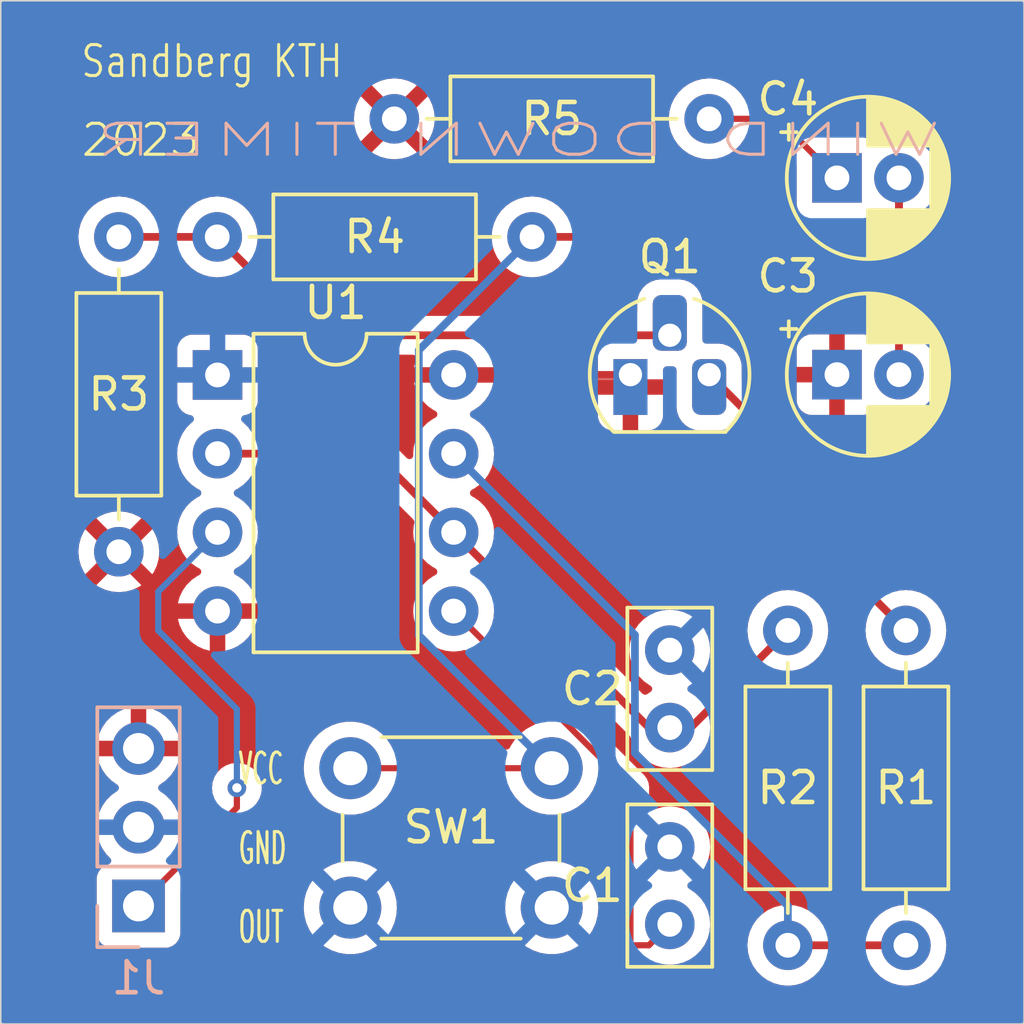
<source format=kicad_pcb>
(kicad_pcb (version 20221018) (generator pcbnew)
  (layers (0 "F.Cu" signal) (31 "B.Cu" signal) (34 "B.Paste" user) (35 "F.Paste" user) (36 "B.SilkS" user "B.Silkscreen") (37 "F.SilkS" user "F.Silkscreen") (38 "B.Mask" user) (39 "F.Mask" user) (44 "Edge.Cuts" user))
  (net 0 "")
  (net 1 "Net-(Q1-C)")
  (net 2 "Net-(U1-DIS)")
  (net 3 "Net-(U1-THR)")
  (net 4 "VCC")
  (net 5 "Net-(Q1-B)")
  (net 6 "Net-(C3-Pad2)")
  (net 7 "Net-(C4-Pad1)")
  (net 8 "GND")
  (net 9 "/Out")
  (net 10 "Net-(U1-CV)")
  (footprint "Resistor_THT:R_Axial_DIN0207_L6.3mm_D2.5mm_P10.16mm_Horizontal" (layer "F.Cu") (at 106.68 80.01)
    (fp_text reference "R5" (at 5.08 0) (layer "F.SilkS"))
    (fp_text value "1M")
    (fp_line (start 1.04 0) (end 1.81 0) (stroke (width 0.12)) (layer "F.SilkS"))
    (fp_line (start 1.81 -1.37) (end 1.81 1.37) (stroke (width 0.12)) (layer "F.SilkS"))
    (fp_line (start 1.81 1.37) (end 8.35 1.37) (stroke (width 0.12)) (layer "F.SilkS"))
    (fp_line (start 8.35 -1.37) (end 1.81 -1.37) (stroke (width 0.12)) (layer "F.SilkS"))
    (fp_line (start 8.35 1.37) (end 8.35 -1.37) (stroke (width 0.12)) (layer "F.SilkS"))
    (fp_line (start 9.12 0) (end 8.35 0) (stroke (width 0.12)) (layer "F.SilkS"))
    (pad "1" thru_hole circle (at 0 0) (size 1.6 1.6) (drill 0.8) (layers "*.Cu" "*.Mask") (net 4 "VCC"))
    (pad "2" thru_hole oval (at 10.16 0) (size 1.6 1.6) (drill 0.8) (layers "*.Cu" "*.Mask") (net 7 "Net-(C4-Pad1)"))
  )
  (footprint "Resistor_THT:R_Axial_DIN0207_L6.3mm_D2.5mm_P10.16mm_Horizontal" (layer "F.Cu") (at 119.38 106.68 90)
    (fp_text reference "R2" (at 5.08 0) (layer "F.SilkS"))
    (fp_text value "68k")
    (fp_line (start 1.04 0) (end 1.81 0) (stroke (width 0.12)) (layer "F.SilkS"))
    (fp_line (start 1.81 -1.37) (end 1.81 1.37) (stroke (width 0.12)) (layer "F.SilkS"))
    (fp_line (start 1.81 1.37) (end 8.35 1.37) (stroke (width 0.12)) (layer "F.SilkS"))
    (fp_line (start 8.35 -1.37) (end 1.81 -1.37) (stroke (width 0.12)) (layer "F.SilkS"))
    (fp_line (start 8.35 1.37) (end 8.35 -1.37) (stroke (width 0.12)) (layer "F.SilkS"))
    (fp_line (start 9.12 0) (end 8.35 0) (stroke (width 0.12)) (layer "F.SilkS"))
    (pad "1" thru_hole circle (at 0 0 90) (size 1.6 1.6) (drill 0.8) (layers "*.Cu" "*.Mask") (net 2 "Net-(U1-DIS)"))
    (pad "2" thru_hole oval (at 10.16 0 90) (size 1.6 1.6) (drill 0.8) (layers "*.Cu" "*.Mask") (net 3 "Net-(U1-THR)"))
  )
  (footprint "Capacitor_THT:CP_Radial_D5.0mm_P2.00mm" (layer "F.Cu") (at 120.964888 81.915)
    (fp_text reference "C4" (at -1.584888 -2.54) (layer "F.SilkS"))
    (fp_text value "1u")
    (fp_line (start -1.804775 -1.475) (end -1.304775 -1.475) (stroke (width 0.12)) (layer "F.SilkS"))
    (fp_line (start -1.554775 -1.725) (end -1.554775 -1.225) (stroke (width 0.12)) (layer "F.SilkS"))
    (fp_line (start 1 -2.58) (end 1 -1.04) (stroke (width 0.12)) (layer "F.SilkS"))
    (fp_line (start 1 1.04) (end 1 2.58) (stroke (width 0.12)) (layer "F.SilkS"))
    (fp_line (start 1.04 -2.58) (end 1.04 -1.04) (stroke (width 0.12)) (layer "F.SilkS"))
    (fp_line (start 1.04 1.04) (end 1.04 2.58) (stroke (width 0.12)) (layer "F.SilkS"))
    (fp_line (start 1.08 -2.579) (end 1.08 -1.04) (stroke (width 0.12)) (layer "F.SilkS"))
    (fp_line (start 1.08 1.04) (end 1.08 2.579) (stroke (width 0.12)) (layer "F.SilkS"))
    (fp_line (start 1.12 -2.578) (end 1.12 -1.04) (stroke (width 0.12)) (layer "F.SilkS"))
    (fp_line (start 1.12 1.04) (end 1.12 2.578) (stroke (width 0.12)) (layer "F.SilkS"))
    (fp_line (start 1.16 -2.576) (end 1.16 -1.04) (stroke (width 0.12)) (layer "F.SilkS"))
    (fp_line (start 1.16 1.04) (end 1.16 2.576) (stroke (width 0.12)) (layer "F.SilkS"))
    (fp_line (start 1.2 -2.573) (end 1.2 -1.04) (stroke (width 0.12)) (layer "F.SilkS"))
    (fp_line (start 1.2 1.04) (end 1.2 2.573) (stroke (width 0.12)) (layer "F.SilkS"))
    (fp_line (start 1.24 -2.569) (end 1.24 -1.04) (stroke (width 0.12)) (layer "F.SilkS"))
    (fp_line (start 1.24 1.04) (end 1.24 2.569) (stroke (width 0.12)) (layer "F.SilkS"))
    (fp_line (start 1.28 -2.565) (end 1.28 -1.04) (stroke (width 0.12)) (layer "F.SilkS"))
    (fp_line (start 1.28 1.04) (end 1.28 2.565) (stroke (width 0.12)) (layer "F.SilkS"))
    (fp_line (start 1.32 -2.561) (end 1.32 -1.04) (stroke (width 0.12)) (layer "F.SilkS"))
    (fp_line (start 1.32 1.04) (end 1.32 2.561) (stroke (width 0.12)) (layer "F.SilkS"))
    (fp_line (start 1.36 -2.556) (end 1.36 -1.04) (stroke (width 0.12)) (layer "F.SilkS"))
    (fp_line (start 1.36 1.04) (end 1.36 2.556) (stroke (width 0.12)) (layer "F.SilkS"))
    (fp_line (start 1.4 -2.55) (end 1.4 -1.04) (stroke (width 0.12)) (layer "F.SilkS"))
    (fp_line (start 1.4 1.04) (end 1.4 2.55) (stroke (width 0.12)) (layer "F.SilkS"))
    (fp_line (start 1.44 -2.543) (end 1.44 -1.04) (stroke (width 0.12)) (layer "F.SilkS"))
    (fp_line (start 1.44 1.04) (end 1.44 2.543) (stroke (width 0.12)) (layer "F.SilkS"))
    (fp_line (start 1.48 -2.536) (end 1.48 -1.04) (stroke (width 0.12)) (layer "F.SilkS"))
    (fp_line (start 1.48 1.04) (end 1.48 2.536) (stroke (width 0.12)) (layer "F.SilkS"))
    (fp_line (start 1.52 -2.528) (end 1.52 -1.04) (stroke (width 0.12)) (layer "F.SilkS"))
    (fp_line (start 1.52 1.04) (end 1.52 2.528) (stroke (width 0.12)) (layer "F.SilkS"))
    (fp_line (start 1.56 -2.52) (end 1.56 -1.04) (stroke (width 0.12)) (layer "F.SilkS"))
    (fp_line (start 1.56 1.04) (end 1.56 2.52) (stroke (width 0.12)) (layer "F.SilkS"))
    (fp_line (start 1.6 -2.511) (end 1.6 -1.04) (stroke (width 0.12)) (layer "F.SilkS"))
    (fp_line (start 1.6 1.04) (end 1.6 2.511) (stroke (width 0.12)) (layer "F.SilkS"))
    (fp_line (start 1.64 -2.501) (end 1.64 -1.04) (stroke (width 0.12)) (layer "F.SilkS"))
    (fp_line (start 1.64 1.04) (end 1.64 2.501) (stroke (width 0.12)) (layer "F.SilkS"))
    (fp_line (start 1.68 -2.491) (end 1.68 -1.04) (stroke (width 0.12)) (layer "F.SilkS"))
    (fp_line (start 1.68 1.04) (end 1.68 2.491) (stroke (width 0.12)) (layer "F.SilkS"))
    (fp_line (start 1.721 -2.48) (end 1.721 -1.04) (stroke (width 0.12)) (layer "F.SilkS"))
    (fp_line (start 1.721 1.04) (end 1.721 2.48) (stroke (width 0.12)) (layer "F.SilkS"))
    (fp_line (start 1.761 -2.468) (end 1.761 -1.04) (stroke (width 0.12)) (layer "F.SilkS"))
    (fp_line (start 1.761 1.04) (end 1.761 2.468) (stroke (width 0.12)) (layer "F.SilkS"))
    (fp_line (start 1.801 -2.455) (end 1.801 -1.04) (stroke (width 0.12)) (layer "F.SilkS"))
    (fp_line (start 1.801 1.04) (end 1.801 2.455) (stroke (width 0.12)) (layer "F.SilkS"))
    (fp_line (start 1.841 -2.442) (end 1.841 -1.04) (stroke (width 0.12)) (layer "F.SilkS"))
    (fp_line (start 1.841 1.04) (end 1.841 2.442) (stroke (width 0.12)) (layer "F.SilkS"))
    (fp_line (start 1.881 -2.428) (end 1.881 -1.04) (stroke (width 0.12)) (layer "F.SilkS"))
    (fp_line (start 1.881 1.04) (end 1.881 2.428) (stroke (width 0.12)) (layer "F.SilkS"))
    (fp_line (start 1.921 -2.414) (end 1.921 -1.04) (stroke (width 0.12)) (layer "F.SilkS"))
    (fp_line (start 1.921 1.04) (end 1.921 2.414) (stroke (width 0.12)) (layer "F.SilkS"))
    (fp_line (start 1.961 -2.398) (end 1.961 -1.04) (stroke (width 0.12)) (layer "F.SilkS"))
    (fp_line (start 1.961 1.04) (end 1.961 2.398) (stroke (width 0.12)) (layer "F.SilkS"))
    (fp_line (start 2.001 -2.382) (end 2.001 -1.04) (stroke (width 0.12)) (layer "F.SilkS"))
    (fp_line (start 2.001 1.04) (end 2.001 2.382) (stroke (width 0.12)) (layer "F.SilkS"))
    (fp_line (start 2.041 -2.365) (end 2.041 -1.04) (stroke (width 0.12)) (layer "F.SilkS"))
    (fp_line (start 2.041 1.04) (end 2.041 2.365) (stroke (width 0.12)) (layer "F.SilkS"))
    (fp_line (start 2.081 -2.348) (end 2.081 -1.04) (stroke (width 0.12)) (layer "F.SilkS"))
    (fp_line (start 2.081 1.04) (end 2.081 2.348) (stroke (width 0.12)) (layer "F.SilkS"))
    (fp_line (start 2.121 -2.329) (end 2.121 -1.04) (stroke (width 0.12)) (layer "F.SilkS"))
    (fp_line (start 2.121 1.04) (end 2.121 2.329) (stroke (width 0.12)) (layer "F.SilkS"))
    (fp_line (start 2.161 -2.31) (end 2.161 -1.04) (stroke (width 0.12)) (layer "F.SilkS"))
    (fp_line (start 2.161 1.04) (end 2.161 2.31) (stroke (width 0.12)) (layer "F.SilkS"))
    (fp_line (start 2.201 -2.29) (end 2.201 -1.04) (stroke (width 0.12)) (layer "F.SilkS"))
    (fp_line (start 2.201 1.04) (end 2.201 2.29) (stroke (width 0.12)) (layer "F.SilkS"))
    (fp_line (start 2.241 -2.268) (end 2.241 -1.04) (stroke (width 0.12)) (layer "F.SilkS"))
    (fp_line (start 2.241 1.04) (end 2.241 2.268) (stroke (width 0.12)) (layer "F.SilkS"))
    (fp_line (start 2.281 -2.247) (end 2.281 -1.04) (stroke (width 0.12)) (layer "F.SilkS"))
    (fp_line (start 2.281 1.04) (end 2.281 2.247) (stroke (width 0.12)) (layer "F.SilkS"))
    (fp_line (start 2.321 -2.224) (end 2.321 -1.04) (stroke (width 0.12)) (layer "F.SilkS"))
    (fp_line (start 2.321 1.04) (end 2.321 2.224) (stroke (width 0.12)) (layer "F.SilkS"))
    (fp_line (start 2.361 -2.2) (end 2.361 -1.04) (stroke (width 0.12)) (layer "F.SilkS"))
    (fp_line (start 2.361 1.04) (end 2.361 2.2) (stroke (width 0.12)) (layer "F.SilkS"))
    (fp_line (start 2.401 -2.175) (end 2.401 -1.04) (stroke (width 0.12)) (layer "F.SilkS"))
    (fp_line (start 2.401 1.04) (end 2.401 2.175) (stroke (width 0.12)) (layer "F.SilkS"))
    (fp_line (start 2.441 -2.149) (end 2.441 -1.04) (stroke (width 0.12)) (layer "F.SilkS"))
    (fp_line (start 2.441 1.04) (end 2.441 2.149) (stroke (width 0.12)) (layer "F.SilkS"))
    (fp_line (start 2.481 -2.122) (end 2.481 -1.04) (stroke (width 0.12)) (layer "F.SilkS"))
    (fp_line (start 2.481 1.04) (end 2.481 2.122) (stroke (width 0.12)) (layer "F.SilkS"))
    (fp_line (start 2.521 -2.095) (end 2.521 -1.04) (stroke (width 0.12)) (layer "F.SilkS"))
    (fp_line (start 2.521 1.04) (end 2.521 2.095) (stroke (width 0.12)) (layer "F.SilkS"))
    (fp_line (start 2.561 -2.065) (end 2.561 -1.04) (stroke (width 0.12)) (layer "F.SilkS"))
    (fp_line (start 2.561 1.04) (end 2.561 2.065) (stroke (width 0.12)) (layer "F.SilkS"))
    (fp_line (start 2.601 -2.035) (end 2.601 -1.04) (stroke (width 0.12)) (layer "F.SilkS"))
    (fp_line (start 2.601 1.04) (end 2.601 2.035) (stroke (width 0.12)) (layer "F.SilkS"))
    (fp_line (start 2.641 -2.004) (end 2.641 -1.04) (stroke (width 0.12)) (layer "F.SilkS"))
    (fp_line (start 2.641 1.04) (end 2.641 2.004) (stroke (width 0.12)) (layer "F.SilkS"))
    (fp_line (start 2.681 -1.971) (end 2.681 -1.04) (stroke (width 0.12)) (layer "F.SilkS"))
    (fp_line (start 2.681 1.04) (end 2.681 1.971) (stroke (width 0.12)) (layer "F.SilkS"))
    (fp_line (start 2.721 -1.937) (end 2.721 -1.04) (stroke (width 0.12)) (layer "F.SilkS"))
    (fp_line (start 2.721 1.04) (end 2.721 1.937) (stroke (width 0.12)) (layer "F.SilkS"))
    (fp_line (start 2.761 -1.901) (end 2.761 -1.04) (stroke (width 0.12)) (layer "F.SilkS"))
    (fp_line (start 2.761 1.04) (end 2.761 1.901) (stroke (width 0.12)) (layer "F.SilkS"))
    (fp_line (start 2.801 -1.864) (end 2.801 -1.04) (stroke (width 0.12)) (layer "F.SilkS"))
    (fp_line (start 2.801 1.04) (end 2.801 1.864) (stroke (width 0.12)) (layer "F.SilkS"))
    (fp_line (start 2.841 -1.826) (end 2.841 -1.04) (stroke (width 0.12)) (layer "F.SilkS"))
    (fp_line (start 2.841 1.04) (end 2.841 1.826) (stroke (width 0.12)) (layer "F.SilkS"))
    (fp_line (start 2.881 -1.785) (end 2.881 -1.04) (stroke (width 0.12)) (layer "F.SilkS"))
    (fp_line (start 2.881 1.04) (end 2.881 1.785) (stroke (width 0.12)) (layer "F.SilkS"))
    (fp_line (start 2.921 -1.743) (end 2.921 -1.04) (stroke (width 0.12)) (layer "F.SilkS"))
    (fp_line (start 2.921 1.04) (end 2.921 1.743) (stroke (width 0.12)) (layer "F.SilkS"))
    (fp_line (start 2.961 -1.699) (end 2.961 -1.04) (stroke (width 0.12)) (layer "F.SilkS"))
    (fp_line (start 2.961 1.04) (end 2.961 1.699) (stroke (width 0.12)) (layer "F.SilkS"))
    (fp_line (start 3.001 -1.653) (end 3.001 -1.04) (stroke (width 0.12)) (layer "F.SilkS"))
    (fp_line (start 3.001 1.04) (end 3.001 1.653) (stroke (width 0.12)) (layer "F.SilkS"))
    (fp_line (start 3.041 -1.605) (end 3.041 1.605) (stroke (width 0.12)) (layer "F.SilkS"))
    (fp_line (start 3.081 -1.554) (end 3.081 1.554) (stroke (width 0.12)) (layer "F.SilkS"))
    (fp_line (start 3.121 -1.5) (end 3.121 1.5) (stroke (width 0.12)) (layer "F.SilkS"))
    (fp_line (start 3.161 -1.443) (end 3.161 1.443) (stroke (width 0.12)) (layer "F.SilkS"))
    (fp_line (start 3.201 -1.383) (end 3.201 1.383) (stroke (width 0.12)) (layer "F.SilkS"))
    (fp_line (start 3.241 -1.319) (end 3.241 1.319) (stroke (width 0.12)) (layer "F.SilkS"))
    (fp_line (start 3.281 -1.251) (end 3.281 1.251) (stroke (width 0.12)) (layer "F.SilkS"))
    (fp_line (start 3.321 -1.178) (end 3.321 1.178) (stroke (width 0.12)) (layer "F.SilkS"))
    (fp_line (start 3.361 -1.098) (end 3.361 1.098) (stroke (width 0.12)) (layer "F.SilkS"))
    (fp_line (start 3.401 -1.011) (end 3.401 1.011) (stroke (width 0.12)) (layer "F.SilkS"))
    (fp_line (start 3.441 -0.915) (end 3.441 0.915) (stroke (width 0.12)) (layer "F.SilkS"))
    (fp_line (start 3.481 -0.805) (end 3.481 0.805) (stroke (width 0.12)) (layer "F.SilkS"))
    (fp_line (start 3.521 -0.677) (end 3.521 0.677) (stroke (width 0.12)) (layer "F.SilkS"))
    (fp_line (start 3.561 -0.518) (end 3.561 0.518) (stroke (width 0.12)) (layer "F.SilkS"))
    (fp_line (start 3.601 -0.284) (end 3.601 0.284) (stroke (width 0.12)) (layer "F.SilkS"))
    (fp_circle (center 1 0) (end 3.62 0) (stroke (width 0.12)) (fill none) (layer "F.SilkS"))
    (pad "1" thru_hole rect (at 0 0) (size 1.6 1.6) (drill 0.8) (layers "*.Cu" "*.Mask") (net 7 "Net-(C4-Pad1)"))
    (pad "2" thru_hole circle (at 2 0) (size 1.6 1.6) (drill 0.8) (layers "*.Cu" "*.Mask") (net 6 "Net-(C3-Pad2)"))
  )
  (footprint "Resistor_THT:R_Axial_DIN0207_L6.3mm_D2.5mm_P10.16mm_Horizontal" (layer "F.Cu") (at 97.79 93.98 90)
    (fp_text reference "R3" (at 5.08 0 180) (layer "F.SilkS"))
    (fp_text value "150k")
    (fp_line (start 1.04 0) (end 1.81 0) (stroke (width 0.12)) (layer "F.SilkS"))
    (fp_line (start 1.81 -1.37) (end 1.81 1.37) (stroke (width 0.12)) (layer "F.SilkS"))
    (fp_line (start 1.81 1.37) (end 8.35 1.37) (stroke (width 0.12)) (layer "F.SilkS"))
    (fp_line (start 8.35 -1.37) (end 1.81 -1.37) (stroke (width 0.12)) (layer "F.SilkS"))
    (fp_line (start 8.35 1.37) (end 8.35 -1.37) (stroke (width 0.12)) (layer "F.SilkS"))
    (fp_line (start 9.12 0) (end 8.35 0) (stroke (width 0.12)) (layer "F.SilkS"))
    (pad "1" thru_hole circle (at 0 0 90) (size 1.6 1.6) (drill 0.8) (layers "*.Cu" "*.Mask") (net 4 "VCC"))
    (pad "2" thru_hole oval (at 10.16 0 90) (size 1.6 1.6) (drill 0.8) (layers "*.Cu" "*.Mask") (net 5 "Net-(Q1-B)"))
  )
  (footprint "Capacitor_THT:C_Disc_D5.0mm_W2.5mm_P2.50mm" (layer "F.Cu") (at 115.57 106.005 90)
    (fp_text reference "C1" (at 1.25 -2.5 180) (layer "F.SilkS"))
    (fp_text value "100n")
    (fp_line (start -1.37 -1.37) (end -1.37 1.37) (stroke (width 0.12)) (layer "F.SilkS"))
    (fp_line (start -1.37 -1.37) (end 3.87 -1.37) (stroke (width 0.12)) (layer "F.SilkS"))
    (fp_line (start -1.37 1.37) (end 3.87 1.37) (stroke (width 0.12)) (layer "F.SilkS"))
    (fp_line (start 3.87 -1.37) (end 3.87 1.37) (stroke (width 0.12)) (layer "F.SilkS"))
    (pad "1" thru_hole circle (at 0 0 90) (size 1.6 1.6) (drill 0.8) (layers "*.Cu" "*.Mask") (net 10 "Net-(U1-CV)"))
    (pad "2" thru_hole circle (at 2.5 0 90) (size 1.6 1.6) (drill 0.8) (layers "*.Cu" "*.Mask") (net 8 "GND"))
  )
  (footprint "Capacitor_THT:CP_Radial_D5.0mm_P2.00mm" (layer "F.Cu") (at 120.964888 88.265)
    (fp_text reference "C3" (at -1.584888 -3.175) (layer "F.SilkS"))
    (fp_text value "10u")
    (fp_line (start -1.804775 -1.475) (end -1.304775 -1.475) (stroke (width 0.12)) (layer "F.SilkS"))
    (fp_line (start -1.554775 -1.725) (end -1.554775 -1.225) (stroke (width 0.12)) (layer "F.SilkS"))
    (fp_line (start 1 -2.58) (end 1 -1.04) (stroke (width 0.12)) (layer "F.SilkS"))
    (fp_line (start 1 1.04) (end 1 2.58) (stroke (width 0.12)) (layer "F.SilkS"))
    (fp_line (start 1.04 -2.58) (end 1.04 -1.04) (stroke (width 0.12)) (layer "F.SilkS"))
    (fp_line (start 1.04 1.04) (end 1.04 2.58) (stroke (width 0.12)) (layer "F.SilkS"))
    (fp_line (start 1.08 -2.579) (end 1.08 -1.04) (stroke (width 0.12)) (layer "F.SilkS"))
    (fp_line (start 1.08 1.04) (end 1.08 2.579) (stroke (width 0.12)) (layer "F.SilkS"))
    (fp_line (start 1.12 -2.578) (end 1.12 -1.04) (stroke (width 0.12)) (layer "F.SilkS"))
    (fp_line (start 1.12 1.04) (end 1.12 2.578) (stroke (width 0.12)) (layer "F.SilkS"))
    (fp_line (start 1.16 -2.576) (end 1.16 -1.04) (stroke (width 0.12)) (layer "F.SilkS"))
    (fp_line (start 1.16 1.04) (end 1.16 2.576) (stroke (width 0.12)) (layer "F.SilkS"))
    (fp_line (start 1.2 -2.573) (end 1.2 -1.04) (stroke (width 0.12)) (layer "F.SilkS"))
    (fp_line (start 1.2 1.04) (end 1.2 2.573) (stroke (width 0.12)) (layer "F.SilkS"))
    (fp_line (start 1.24 -2.569) (end 1.24 -1.04) (stroke (width 0.12)) (layer "F.SilkS"))
    (fp_line (start 1.24 1.04) (end 1.24 2.569) (stroke (width 0.12)) (layer "F.SilkS"))
    (fp_line (start 1.28 -2.565) (end 1.28 -1.04) (stroke (width 0.12)) (layer "F.SilkS"))
    (fp_line (start 1.28 1.04) (end 1.28 2.565) (stroke (width 0.12)) (layer "F.SilkS"))
    (fp_line (start 1.32 -2.561) (end 1.32 -1.04) (stroke (width 0.12)) (layer "F.SilkS"))
    (fp_line (start 1.32 1.04) (end 1.32 2.561) (stroke (width 0.12)) (layer "F.SilkS"))
    (fp_line (start 1.36 -2.556) (end 1.36 -1.04) (stroke (width 0.12)) (layer "F.SilkS"))
    (fp_line (start 1.36 1.04) (end 1.36 2.556) (stroke (width 0.12)) (layer "F.SilkS"))
    (fp_line (start 1.4 -2.55) (end 1.4 -1.04) (stroke (width 0.12)) (layer "F.SilkS"))
    (fp_line (start 1.4 1.04) (end 1.4 2.55) (stroke (width 0.12)) (layer "F.SilkS"))
    (fp_line (start 1.44 -2.543) (end 1.44 -1.04) (stroke (width 0.12)) (layer "F.SilkS"))
    (fp_line (start 1.44 1.04) (end 1.44 2.543) (stroke (width 0.12)) (layer "F.SilkS"))
    (fp_line (start 1.48 -2.536) (end 1.48 -1.04) (stroke (width 0.12)) (layer "F.SilkS"))
    (fp_line (start 1.48 1.04) (end 1.48 2.536) (stroke (width 0.12)) (layer "F.SilkS"))
    (fp_line (start 1.52 -2.528) (end 1.52 -1.04) (stroke (width 0.12)) (layer "F.SilkS"))
    (fp_line (start 1.52 1.04) (end 1.52 2.528) (stroke (width 0.12)) (layer "F.SilkS"))
    (fp_line (start 1.56 -2.52) (end 1.56 -1.04) (stroke (width 0.12)) (layer "F.SilkS"))
    (fp_line (start 1.56 1.04) (end 1.56 2.52) (stroke (width 0.12)) (layer "F.SilkS"))
    (fp_line (start 1.6 -2.511) (end 1.6 -1.04) (stroke (width 0.12)) (layer "F.SilkS"))
    (fp_line (start 1.6 1.04) (end 1.6 2.511) (stroke (width 0.12)) (layer "F.SilkS"))
    (fp_line (start 1.64 -2.501) (end 1.64 -1.04) (stroke (width 0.12)) (layer "F.SilkS"))
    (fp_line (start 1.64 1.04) (end 1.64 2.501) (stroke (width 0.12)) (layer "F.SilkS"))
    (fp_line (start 1.68 -2.491) (end 1.68 -1.04) (stroke (width 0.12)) (layer "F.SilkS"))
    (fp_line (start 1.68 1.04) (end 1.68 2.491) (stroke (width 0.12)) (layer "F.SilkS"))
    (fp_line (start 1.721 -2.48) (end 1.721 -1.04) (stroke (width 0.12)) (layer "F.SilkS"))
    (fp_line (start 1.721 1.04) (end 1.721 2.48) (stroke (width 0.12)) (layer "F.SilkS"))
    (fp_line (start 1.761 -2.468) (end 1.761 -1.04) (stroke (width 0.12)) (layer "F.SilkS"))
    (fp_line (start 1.761 1.04) (end 1.761 2.468) (stroke (width 0.12)) (layer "F.SilkS"))
    (fp_line (start 1.801 -2.455) (end 1.801 -1.04) (stroke (width 0.12)) (layer "F.SilkS"))
    (fp_line (start 1.801 1.04) (end 1.801 2.455) (stroke (width 0.12)) (layer "F.SilkS"))
    (fp_line (start 1.841 -2.442) (end 1.841 -1.04) (stroke (width 0.12)) (layer "F.SilkS"))
    (fp_line (start 1.841 1.04) (end 1.841 2.442) (stroke (width 0.12)) (layer "F.SilkS"))
    (fp_line (start 1.881 -2.428) (end 1.881 -1.04) (stroke (width 0.12)) (layer "F.SilkS"))
    (fp_line (start 1.881 1.04) (end 1.881 2.428) (stroke (width 0.12)) (layer "F.SilkS"))
    (fp_line (start 1.921 -2.414) (end 1.921 -1.04) (stroke (width 0.12)) (layer "F.SilkS"))
    (fp_line (start 1.921 1.04) (end 1.921 2.414) (stroke (width 0.12)) (layer "F.SilkS"))
    (fp_line (start 1.961 -2.398) (end 1.961 -1.04) (stroke (width 0.12)) (layer "F.SilkS"))
    (fp_line (start 1.961 1.04) (end 1.961 2.398) (stroke (width 0.12)) (layer "F.SilkS"))
    (fp_line (start 2.001 -2.382) (end 2.001 -1.04) (stroke (width 0.12)) (layer "F.SilkS"))
    (fp_line (start 2.001 1.04) (end 2.001 2.382) (stroke (width 0.12)) (layer "F.SilkS"))
    (fp_line (start 2.041 -2.365) (end 2.041 -1.04) (stroke (width 0.12)) (layer "F.SilkS"))
    (fp_line (start 2.041 1.04) (end 2.041 2.365) (stroke (width 0.12)) (layer "F.SilkS"))
    (fp_line (start 2.081 -2.348) (end 2.081 -1.04) (stroke (width 0.12)) (layer "F.SilkS"))
    (fp_line (start 2.081 1.04) (end 2.081 2.348) (stroke (width 0.12)) (layer "F.SilkS"))
    (fp_line (start 2.121 -2.329) (end 2.121 -1.04) (stroke (width 0.12)) (layer "F.SilkS"))
    (fp_line (start 2.121 1.04) (end 2.121 2.329) (stroke (width 0.12)) (layer "F.SilkS"))
    (fp_line (start 2.161 -2.31) (end 2.161 -1.04) (stroke (width 0.12)) (layer "F.SilkS"))
    (fp_line (start 2.161 1.04) (end 2.161 2.31) (stroke (width 0.12)) (layer "F.SilkS"))
    (fp_line (start 2.201 -2.29) (end 2.201 -1.04) (stroke (width 0.12)) (layer "F.SilkS"))
    (fp_line (start 2.201 1.04) (end 2.201 2.29) (stroke (width 0.12)) (layer "F.SilkS"))
    (fp_line (start 2.241 -2.268) (end 2.241 -1.04) (stroke (width 0.12)) (layer "F.SilkS"))
    (fp_line (start 2.241 1.04) (end 2.241 2.268) (stroke (width 0.12)) (layer "F.SilkS"))
    (fp_line (start 2.281 -2.247) (end 2.281 -1.04) (stroke (width 0.12)) (layer "F.SilkS"))
    (fp_line (start 2.281 1.04) (end 2.281 2.247) (stroke (width 0.12)) (layer "F.SilkS"))
    (fp_line (start 2.321 -2.224) (end 2.321 -1.04) (stroke (width 0.12)) (layer "F.SilkS"))
    (fp_line (start 2.321 1.04) (end 2.321 2.224) (stroke (width 0.12)) (layer "F.SilkS"))
    (fp_line (start 2.361 -2.2) (end 2.361 -1.04) (stroke (width 0.12)) (layer "F.SilkS"))
    (fp_line (start 2.361 1.04) (end 2.361 2.2) (stroke (width 0.12)) (layer "F.SilkS"))
    (fp_line (start 2.401 -2.175) (end 2.401 -1.04) (stroke (width 0.12)) (layer "F.SilkS"))
    (fp_line (start 2.401 1.04) (end 2.401 2.175) (stroke (width 0.12)) (layer "F.SilkS"))
    (fp_line (start 2.441 -2.149) (end 2.441 -1.04) (stroke (width 0.12)) (layer "F.SilkS"))
    (fp_line (start 2.441 1.04) (end 2.441 2.149) (stroke (width 0.12)) (layer "F.SilkS"))
    (fp_line (start 2.481 -2.122) (end 2.481 -1.04) (stroke (width 0.12)) (layer "F.SilkS"))
    (fp_line (start 2.481 1.04) (end 2.481 2.122) (stroke (width 0.12)) (layer "F.SilkS"))
    (fp_line (start 2.521 -2.095) (end 2.521 -1.04) (stroke (width 0.12)) (layer "F.SilkS"))
    (fp_line (start 2.521 1.04) (end 2.521 2.095) (stroke (width 0.12)) (layer "F.SilkS"))
    (fp_line (start 2.561 -2.065) (end 2.561 -1.04) (stroke (width 0.12)) (layer "F.SilkS"))
    (fp_line (start 2.561 1.04) (end 2.561 2.065) (stroke (width 0.12)) (layer "F.SilkS"))
    (fp_line (start 2.601 -2.035) (end 2.601 -1.04) (stroke (width 0.12)) (layer "F.SilkS"))
    (fp_line (start 2.601 1.04) (end 2.601 2.035) (stroke (width 0.12)) (layer "F.SilkS"))
    (fp_line (start 2.641 -2.004) (end 2.641 -1.04) (stroke (width 0.12)) (layer "F.SilkS"))
    (fp_line (start 2.641 1.04) (end 2.641 2.004) (stroke (width 0.12)) (layer "F.SilkS"))
    (fp_line (start 2.681 -1.971) (end 2.681 -1.04) (stroke (width 0.12)) (layer "F.SilkS"))
    (fp_line (start 2.681 1.04) (end 2.681 1.971) (stroke (width 0.12)) (layer "F.SilkS"))
    (fp_line (start 2.721 -1.937) (end 2.721 -1.04) (stroke (width 0.12)) (layer "F.SilkS"))
    (fp_line (start 2.721 1.04) (end 2.721 1.937) (stroke (width 0.12)) (layer "F.SilkS"))
    (fp_line (start 2.761 -1.901) (end 2.761 -1.04) (stroke (width 0.12)) (layer "F.SilkS"))
    (fp_line (start 2.761 1.04) (end 2.761 1.901) (stroke (width 0.12)) (layer "F.SilkS"))
    (fp_line (start 2.801 -1.864) (end 2.801 -1.04) (stroke (width 0.12)) (layer "F.SilkS"))
    (fp_line (start 2.801 1.04) (end 2.801 1.864) (stroke (width 0.12)) (layer "F.SilkS"))
    (fp_line (start 2.841 -1.826) (end 2.841 -1.04) (stroke (width 0.12)) (layer "F.SilkS"))
    (fp_line (start 2.841 1.04) (end 2.841 1.826) (stroke (width 0.12)) (layer "F.SilkS"))
    (fp_line (start 2.881 -1.785) (end 2.881 -1.04) (stroke (width 0.12)) (layer "F.SilkS"))
    (fp_line (start 2.881 1.04) (end 2.881 1.785) (stroke (width 0.12)) (layer "F.SilkS"))
    (fp_line (start 2.921 -1.743) (end 2.921 -1.04) (stroke (width 0.12)) (layer "F.SilkS"))
    (fp_line (start 2.921 1.04) (end 2.921 1.743) (stroke (width 0.12)) (layer "F.SilkS"))
    (fp_line (start 2.961 -1.699) (end 2.961 -1.04) (stroke (width 0.12)) (layer "F.SilkS"))
    (fp_line (start 2.961 1.04) (end 2.961 1.699) (stroke (width 0.12)) (layer "F.SilkS"))
    (fp_line (start 3.001 -1.653) (end 3.001 -1.04) (stroke (width 0.12)) (layer "F.SilkS"))
    (fp_line (start 3.001 1.04) (end 3.001 1.653) (stroke (width 0.12)) (layer "F.SilkS"))
    (fp_line (start 3.041 -1.605) (end 3.041 1.605) (stroke (width 0.12)) (layer "F.SilkS"))
    (fp_line (start 3.081 -1.554) (end 3.081 1.554) (stroke (width 0.12)) (layer "F.SilkS"))
    (fp_line (start 3.121 -1.5) (end 3.121 1.5) (stroke (width 0.12)) (layer "F.SilkS"))
    (fp_line (start 3.161 -1.443) (end 3.161 1.443) (stroke (width 0.12)) (layer "F.SilkS"))
    (fp_line (start 3.201 -1.383) (end 3.201 1.383) (stroke (width 0.12)) (layer "F.SilkS"))
    (fp_line (start 3.241 -1.319) (end 3.241 1.319) (stroke (width 0.12)) (layer "F.SilkS"))
    (fp_line (start 3.281 -1.251) (end 3.281 1.251) (stroke (width 0.12)) (layer "F.SilkS"))
    (fp_line (start 3.321 -1.178) (end 3.321 1.178) (stroke (width 0.12)) (layer "F.SilkS"))
    (fp_line (start 3.361 -1.098) (end 3.361 1.098) (stroke (width 0.12)) (layer "F.SilkS"))
    (fp_line (start 3.401 -1.011) (end 3.401 1.011) (stroke (width 0.12)) (layer "F.SilkS"))
    (fp_line (start 3.441 -0.915) (end 3.441 0.915) (stroke (width 0.12)) (layer "F.SilkS"))
    (fp_line (start 3.481 -0.805) (end 3.481 0.805) (stroke (width 0.12)) (layer "F.SilkS"))
    (fp_line (start 3.521 -0.677) (end 3.521 0.677) (stroke (width 0.12)) (layer "F.SilkS"))
    (fp_line (start 3.561 -0.518) (end 3.561 0.518) (stroke (width 0.12)) (layer "F.SilkS"))
    (fp_line (start 3.601 -0.284) (end 3.601 0.284) (stroke (width 0.12)) (layer "F.SilkS"))
    (fp_circle (center 1 0) (end 3.62 0) (stroke (width 0.12)) (fill none) (layer "F.SilkS"))
    (pad "1" thru_hole rect (at 0 0) (size 1.6 1.6) (drill 0.8) (layers "*.Cu" "*.Mask") (net 4 "VCC"))
    (pad "2" thru_hole circle (at 2 0) (size 1.6 1.6) (drill 0.8) (layers "*.Cu" "*.Mask") (net 6 "Net-(C3-Pad2)"))
  )
  (footprint "Resistor_THT:R_Axial_DIN0207_L6.3mm_D2.5mm_P10.16mm_Horizontal" (layer "F.Cu") (at 100.965 83.82)
    (fp_text reference "R4" (at 5.08 0) (layer "F.SilkS"))
    (fp_text value "1M")
    (fp_line (start 1.04 0) (end 1.81 0) (stroke (width 0.12)) (layer "F.SilkS"))
    (fp_line (start 1.81 -1.37) (end 1.81 1.37) (stroke (width 0.12)) (layer "F.SilkS"))
    (fp_line (start 1.81 1.37) (end 8.35 1.37) (stroke (width 0.12)) (layer "F.SilkS"))
    (fp_line (start 8.35 -1.37) (end 1.81 -1.37) (stroke (width 0.12)) (layer "F.SilkS"))
    (fp_line (start 8.35 1.37) (end 8.35 -1.37) (stroke (width 0.12)) (layer "F.SilkS"))
    (fp_line (start 9.12 0) (end 8.35 0) (stroke (width 0.12)) (layer "F.SilkS"))
    (pad "1" thru_hole circle (at 0 0) (size 1.6 1.6) (drill 0.8) (layers "*.Cu" "*.Mask") (net 5 "Net-(Q1-B)"))
    (pad "2" thru_hole oval (at 10.16 0) (size 1.6 1.6) (drill 0.8) (layers "*.Cu" "*.Mask") (net 6 "Net-(C3-Pad2)"))
  )
  (footprint "Resistor_THT:R_Axial_DIN0207_L6.3mm_D2.5mm_P10.16mm_Horizontal" (layer "F.Cu") (at 123.19 96.52 -90)
    (fp_text reference "R1" (at 5.08 0) (layer "F.SilkS"))
    (fp_text value "6.8k")
    (fp_line (start 1.04 0) (end 1.81 0) (stroke (width 0.12)) (layer "F.SilkS"))
    (fp_line (start 1.81 -1.37) (end 1.81 1.37) (stroke (width 0.12)) (layer "F.SilkS"))
    (fp_line (start 1.81 1.37) (end 8.35 1.37) (stroke (width 0.12)) (layer "F.SilkS"))
    (fp_line (start 8.35 -1.37) (end 1.81 -1.37) (stroke (width 0.12)) (layer "F.SilkS"))
    (fp_line (start 8.35 1.37) (end 8.35 -1.37) (stroke (width 0.12)) (layer "F.SilkS"))
    (fp_line (start 9.12 0) (end 8.35 0) (stroke (width 0.12)) (layer "F.SilkS"))
    (pad "1" thru_hole circle (at 0 0 270) (size 1.6 1.6) (drill 0.8) (layers "*.Cu" "*.Mask") (net 1 "Net-(Q1-C)"))
    (pad "2" thru_hole oval (at 10.16 0 270) (size 1.6 1.6) (drill 0.8) (layers "*.Cu" "*.Mask") (net 2 "Net-(U1-DIS)"))
  )
  (footprint "Package_TO_SOT_THT:TO-92L_HandSolder" (layer "F.Cu") (at 114.3 88.265)
    (fp_text reference "Q1" (at 1.27 -3.8) (layer "F.SilkS"))
    (fp_text value "2N3906")
    (fp_line (start -0.53 1.85) (end 3.07 1.85) (stroke (width 0.12)) (layer "F.SilkS"))
    (fp_arc (start -0.541453 1.842156) (mid -1.247298 -0.581475) (end 0.45 -2.45) (stroke (width 0.12)) (layer "F.SilkS"))
    (fp_arc (start 2.05 -2.45) (mid 3.769931 -0.601036) (end 3.078445 1.827684) (stroke (width 0.12)) (layer "F.SilkS"))
    (pad "1" thru_hole rect (at 0 0) (size 1.1 1.8) (drill 0.75 (offset 0 0.4)) (layers "*.Cu" "*.Mask") (net 4 "VCC"))
    (pad "2" thru_hole roundrect (at 1.27 -1.27) (size 1.1 1.8) (drill 0.75 (offset 0 -0.4)) (layers "*.Cu" "*.Mask") (net 5 "Net-(Q1-B)"))
    (pad "3" thru_hole roundrect (at 2.54 0) (size 1.1 1.8) (drill 0.75 (offset 0 0.4)) (layers "*.Cu" "*.Mask") (net 1 "Net-(Q1-C)"))
  )
  (footprint "Button_Switch_THT:SW_PUSH_6mm" (layer "F.Cu") (at 105.26 100.965)
    (fp_text reference "SW1" (at 3.25 1.905) (layer "F.SilkS"))
    (fp_text value "SW_Push")
    (fp_line (start -0.25 1.5) (end -0.25 3) (stroke (width 0.12)) (layer "F.SilkS"))
    (fp_line (start 1 5.5) (end 5.5 5.5) (stroke (width 0.12)) (layer "F.SilkS"))
    (fp_line (start 5.5 -1) (end 1 -1) (stroke (width 0.12)) (layer "F.SilkS"))
    (fp_line (start 6.75 3) (end 6.75 1.5) (stroke (width 0.12)) (layer "F.SilkS"))
    (pad "1" thru_hole circle (at 0 0 90) (size 2 2) (drill 1.1) (layers "*.Cu" "*.Mask") (net 6 "Net-(C3-Pad2)"))
    (pad "1" thru_hole circle (at 6.5 0 90) (size 2 2) (drill 1.1) (layers "*.Cu" "*.Mask") (net 6 "Net-(C3-Pad2)"))
    (pad "2" thru_hole circle (at 0 4.5 90) (size 2 2) (drill 1.1) (layers "*.Cu" "*.Mask") (net 8 "GND"))
    (pad "2" thru_hole circle (at 6.5 4.5 90) (size 2 2) (drill 1.1) (layers "*.Cu" "*.Mask") (net 8 "GND"))
  )
  (footprint "Capacitor_THT:C_Disc_D5.0mm_W2.5mm_P2.50mm" (layer "F.Cu") (at 115.57 99.655 90)
    (fp_text reference "C2" (at 1.25 -2.5 180) (layer "F.SilkS"))
    (fp_text value "10n")
    (fp_line (start -1.37 -1.37) (end -1.37 1.37) (stroke (width 0.12)) (layer "F.SilkS"))
    (fp_line (start -1.37 -1.37) (end 3.87 -1.37) (stroke (width 0.12)) (layer "F.SilkS"))
    (fp_line (start -1.37 1.37) (end 3.87 1.37) (stroke (width 0.12)) (layer "F.SilkS"))
    (fp_line (start 3.87 -1.37) (end 3.87 1.37) (stroke (width 0.12)) (layer "F.SilkS"))
    (pad "1" thru_hole circle (at 0 0 90) (size 1.6 1.6) (drill 0.8) (layers "*.Cu" "*.Mask") (net 3 "Net-(U1-THR)"))
    (pad "2" thru_hole circle (at 2.5 0 90) (size 1.6 1.6) (drill 0.8) (layers "*.Cu" "*.Mask") (net 8 "GND"))
  )
  (footprint "Package_DIP:DIP-8_W7.62mm" (layer "F.Cu") (at 100.975 88.275)
    (fp_text reference "U1" (at 3.81 -2.33) (layer "F.SilkS"))
    (fp_text value "LM555xN")
    (fp_line (start 1.16 -1.33) (end 1.16 8.95) (stroke (width 0.12)) (layer "F.SilkS"))
    (fp_line (start 1.16 8.95) (end 6.46 8.95) (stroke (width 0.12)) (layer "F.SilkS"))
    (fp_line (start 2.81 -1.33) (end 1.16 -1.33) (stroke (width 0.12)) (layer "F.SilkS"))
    (fp_line (start 6.46 -1.33) (end 4.81 -1.33) (stroke (width 0.12)) (layer "F.SilkS"))
    (fp_line (start 6.46 8.95) (end 6.46 -1.33) (stroke (width 0.12)) (layer "F.SilkS"))
    (fp_arc (start 4.81 -1.33) (mid 3.81 -0.33) (end 2.81 -1.33) (stroke (width 0.12)) (layer "F.SilkS"))
    (pad "1" thru_hole rect (at 0 0) (size 1.6 1.6) (drill 0.8) (layers "*.Cu" "*.Mask") (net 8 "GND"))
    (pad "2" thru_hole oval (at 0 2.54) (size 1.6 1.6) (drill 0.8) (layers "*.Cu" "*.Mask") (net 3 "Net-(U1-THR)"))
    (pad "3" thru_hole oval (at 0 5.08) (size 1.6 1.6) (drill 0.8) (layers "*.Cu" "*.Mask") (net 9 "/Out"))
    (pad "4" thru_hole oval (at 0 7.62) (size 1.6 1.6) (drill 0.8) (layers "*.Cu" "*.Mask") (net 4 "VCC"))
    (pad "5" thru_hole oval (at 7.62 7.62) (size 1.6 1.6) (drill 0.8) (layers "*.Cu" "*.Mask") (net 10 "Net-(U1-CV)"))
    (pad "6" thru_hole oval (at 7.62 5.08) (size 1.6 1.6) (drill 0.8) (layers "*.Cu" "*.Mask") (net 3 "Net-(U1-THR)"))
    (pad "7" thru_hole oval (at 7.62 2.54) (size 1.6 1.6) (drill 0.8) (layers "*.Cu" "*.Mask") (net 2 "Net-(U1-DIS)"))
    (pad "8" thru_hole oval (at 7.62 0) (size 1.6 1.6) (drill 0.8) (layers "*.Cu" "*.Mask") (net 4 "VCC"))
  )
  (footprint "Connector_PinHeader_2.54mm:PinHeader_1x03_P2.54mm_Vertical" (layer "B.Cu") (at 98.425 105.41)
    (fp_text reference "J1" (at 0 2.33) (layer "B.SilkS") (effects (justify mirror)))
    (fp_text value "Header")
    (fp_line (start -1.33 -6.41) (end 1.33 -6.41) (stroke (width 0.12)) (layer "B.SilkS"))
    (fp_line (start -1.33 -1.27) (end -1.33 -6.41) (stroke (width 0.12)) (layer "B.SilkS"))
    (fp_line (start -1.33 -1.27) (end 1.33 -1.27) (stroke (width 0.12)) (layer "B.SilkS"))
    (fp_line (start -1.33 0) (end -1.33 1.33) (stroke (width 0.12)) (layer "B.SilkS"))
    (fp_line (start -1.33 1.33) (end 0 1.33) (stroke (width 0.12)) (layer "B.SilkS"))
    (fp_line (start 1.33 -1.27) (end 1.33 -6.41) (stroke (width 0.12)) (layer "B.SilkS"))
    (pad "1" thru_hole rect (at 0 0) (size 1.7 1.7) (drill 1) (layers "*.Cu" "*.Mask") (net 9 "/Out"))
    (pad "2" thru_hole oval (at 0 -2.54) (size 1.7 1.7) (drill 1) (layers "*.Cu" "*.Mask") (net 8 "GND"))
    (pad "3" thru_hole oval (at 0 -5.08) (size 1.7 1.7) (drill 1) (layers "*.Cu" "*.Mask") (net 4 "VCC"))
  )
  (gr_rect (start 93.98 76.2) (end 127 109.22) (stroke (width 0.05)) (fill none) (layer "Edge.Cuts"))
  (gr_text "WIND DOWN TIMER" (at 124.46 81.28) (layer "B.SilkS") (effects (font (size 1 2) (thickness 0.1)) (justify left bottom mirror)))
  (gr_text "Sandberg KTH" (at 96.52 78.74) (layer "F.SilkS") (effects (font (size 1 0.8) (thickness 0.1)) (justify left bottom)))
  (gr_text "OUT" (at 101.6 106.68) (layer "F.SilkS") (effects (font (size 1 0.5) (thickness 0.1)) (justify left bottom)))
  (gr_text "GND" (at 101.6 104.14) (layer "F.SilkS") (effects (font (size 1 0.5) (thickness 0.1)) (justify left bottom)))
  (gr_text "2023" (at 96.52 81.28) (layer "F.SilkS") (effects (font (size 1 1) (thickness 0.1)) (justify left bottom)))
  (gr_text "VCC" (at 101.6 101.57) (layer "F.SilkS") (effects (font (size 1 0.5) (thickness 0.1)) (justify left bottom)))
  (segment (start 119.38 92.71) (end 119.38 90.805) (width 0.25) (layer "F.Cu") (net 1))
  (segment (start 119.38 90.805) (end 116.84 88.265) (width 0.25) (layer "F.Cu") (net 1))
  (segment (start 123.19 96.52) (end 119.38 92.71) (width 0.25) (layer "F.Cu") (net 1))
  (segment (start 119.38 106.68) (end 123.19 106.68) (width 0.25) (layer "F.Cu") (net 2))
  (segment (start 114.445 100.475) (end 119.38 105.41) (width 0.25) (layer "B.Cu") (net 2))
  (segment (start 114.445 96.665) (end 114.445 100.475) (width 0.25) (layer "B.Cu") (net 2))
  (segment (start 119.38 105.41) (end 119.38 106.68) (width 0.25) (layer "B.Cu") (net 2))
  (segment (start 108.595 90.815) (end 114.445 96.665) (width 0.25) (layer "B.Cu") (net 2))
  (segment (start 119.38 96.52) (end 116.245 99.655) (width 0.25) (layer "F.Cu") (net 3))
  (segment (start 116.245 99.655) (end 115.57 99.655) (width 0.25) (layer "F.Cu") (net 3))
  (segment (start 106.055 90.815) (end 108.595 93.355) (width 0.25) (layer "F.Cu") (net 3))
  (segment (start 108.595 93.355) (end 114.895 99.655) (width 0.25) (layer "F.Cu") (net 3))
  (segment (start 100.975 90.815) (end 106.055 90.815) (width 0.25) (layer "F.Cu") (net 3))
  (segment (start 114.895 99.655) (end 115.57 99.655) (width 0.25) (layer "F.Cu") (net 3))
  (segment (start 114.29 88.275) (end 114.3 88.265) (width 0.25) (layer "F.Cu") (net 4))
  (segment (start 108.595 88.275) (end 114.29 88.275) (width 0.25) (layer "F.Cu") (net 4))
  (segment (start 100.965 83.82) (end 104.14 86.995) (width 0.25) (layer "F.Cu") (net 5))
  (segment (start 97.79 83.82) (end 100.965 83.82) (width 0.25) (layer "F.Cu") (net 5))
  (segment (start 104.14 86.995) (end 115.57 86.995) (width 0.25) (layer "F.Cu") (net 5))
  (segment (start 111.125 83.82) (end 122.191258 83.82) (width 0.25) (layer "F.Cu") (net 6))
  (segment (start 122.191258 83.82) (end 122.964888 83.04637) (width 0.25) (layer "F.Cu") (net 6))
  (segment (start 122.964888 88.265) (end 122.964888 81.915) (width 0.25) (layer "F.Cu") (net 6))
  (segment (start 122.964888 83.04637) (end 122.964888 81.915) (width 0.25) (layer "F.Cu") (net 6))
  (segment (start 105.26 100.965) (end 111.76 100.965) (width 0.2) (layer "F.Cu") (net 6))
  (segment (start 107.47 87.475) (end 107.47 96.675) (width 0.25) (layer "B.Cu") (net 6))
  (segment (start 107.47 96.675) (end 111.76 100.965) (width 0.25) (layer "B.Cu") (net 6))
  (segment (start 111.125 83.82) (end 107.47 87.475) (width 0.25) (layer "B.Cu") (net 6))
  (segment (start 119.059888 80.01) (end 120.964888 81.915) (width 0.2) (layer "F.Cu") (net 7))
  (segment (start 116.84 80.01) (end 119.059888 80.01) (width 0.2) (layer "F.Cu") (net 7))
  (segment (start 101.6 102.235) (end 98.425 105.41) (width 0.2) (layer "F.Cu") (net 9))
  (segment (start 101.6 101.6) (end 101.6 102.235) (width 0.2) (layer "F.Cu") (net 9))
  (via (at 101.6 101.6) (size 0.6) (drill 0.3) (layers "F.Cu" "B.Cu") (net 9))
  (segment (start 99.06 95.27) (end 99.06 96.52) (width 0.2) (layer "B.Cu") (net 9))
  (segment (start 100.975 93.355) (end 99.06 95.27) (width 0.2) (layer "B.Cu") (net 9))
  (segment (start 101.6 99.06) (end 101.6 101.6) (width 0.2) (layer "B.Cu") (net 9))
  (segment (start 99.06 96.52) (end 101.6 99.06) (width 0.2) (layer "B.Cu") (net 9))
  (segment (start 114.895 106.68) (end 114.3 106.68) (width 0.2) (layer "F.Cu") (net 10))
  (segment (start 114.3 106.68) (end 114.3 101.6) (width 0.2) (layer "F.Cu") (net 10))
  (segment (start 114.3 101.6) (end 108.595 95.895) (width 0.2) (layer "F.Cu") (net 10))
  (segment (start 115.57 106.005) (end 114.895 106.68) (width 0.2) (layer "F.Cu") (net 10))
  (zone (net 4) (net_name "VCC") (layer "F.Cu") (priority 1) (connect_pads (clearance 0.5)) (min_thickness 0.25) (fill yes (thermal_gap 0.5) (thermal_bridge_width 0.5))
    (polygon (pts (xy 93.98 76.2) (xy 127 76.2) (xy 127 109.22) (xy 93.98 109.22)))
  )
  (zone (net 8) (net_name "GND") (layer "B.Cu") (connect_pads (clearance 0.5)) (min_thickness 0.25) (fill yes (thermal_gap 0.5) (thermal_bridge_width 0.5))
    (polygon (pts (xy 93.98 76.2) (xy 127 76.2) (xy 127 109.22) (xy 93.98 109.22)))
  )
)
</source>
